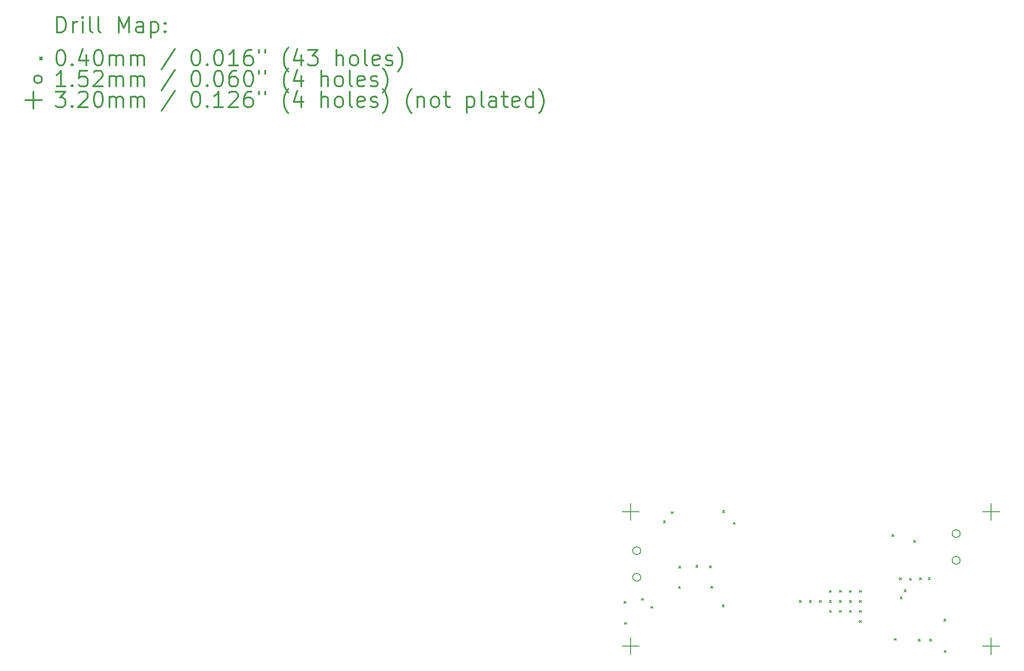
<source format=gbr>
%FSLAX45Y45*%
G04 Gerber Fmt 4.5, Leading zero omitted, Abs format (unit mm)*
G04 Created by KiCad (PCBNEW (5.1.8)-1) date 2022-04-01 10:58:06*
%MOMM*%
%LPD*%
G01*
G04 APERTURE LIST*
%ADD10C,0.200000*%
%ADD11C,0.300000*%
G04 APERTURE END LIST*
D10*
X11073450Y-11289350D02*
X11113450Y-11329350D01*
X11113450Y-11289350D02*
X11073450Y-11329350D01*
X11079800Y-11689400D02*
X11119800Y-11729400D01*
X11119800Y-11689400D02*
X11079800Y-11729400D01*
X11403650Y-11232200D02*
X11443650Y-11272200D01*
X11443650Y-11232200D02*
X11403650Y-11272200D01*
X11581450Y-11384600D02*
X11621450Y-11424600D01*
X11621450Y-11384600D02*
X11581450Y-11424600D01*
X11822750Y-9752650D02*
X11862750Y-9792650D01*
X11862750Y-9752650D02*
X11822750Y-9792650D01*
X11968800Y-9581200D02*
X12008800Y-9621200D01*
X12008800Y-9581200D02*
X11968800Y-9621200D01*
X12108500Y-11003600D02*
X12148500Y-11043600D01*
X12148500Y-11003600D02*
X12108500Y-11043600D01*
X12114850Y-10616250D02*
X12154850Y-10656250D01*
X12154850Y-10616250D02*
X12114850Y-10656250D01*
X12438700Y-10603550D02*
X12478700Y-10643550D01*
X12478700Y-10603550D02*
X12438700Y-10643550D01*
X12699050Y-10609900D02*
X12739050Y-10649900D01*
X12739050Y-10609900D02*
X12699050Y-10649900D01*
X12724450Y-10997250D02*
X12764450Y-11037250D01*
X12764450Y-10997250D02*
X12724450Y-11037250D01*
X12940350Y-11352850D02*
X12980350Y-11392850D01*
X12980350Y-11352850D02*
X12940350Y-11392850D01*
X12946700Y-9562150D02*
X12986700Y-9602150D01*
X12986700Y-9562150D02*
X12946700Y-9602150D01*
X13149900Y-9784400D02*
X13189900Y-9824400D01*
X13189900Y-9784400D02*
X13149900Y-9824400D01*
X14407200Y-11270300D02*
X14447200Y-11310300D01*
X14447200Y-11270300D02*
X14407200Y-11310300D01*
X14597700Y-11270300D02*
X14637700Y-11310300D01*
X14637700Y-11270300D02*
X14597700Y-11310300D01*
X14788200Y-11270300D02*
X14828200Y-11310300D01*
X14828200Y-11270300D02*
X14788200Y-11310300D01*
X14978700Y-11079800D02*
X15018700Y-11119800D01*
X15018700Y-11079800D02*
X14978700Y-11119800D01*
X14978700Y-11270300D02*
X15018700Y-11310300D01*
X15018700Y-11270300D02*
X14978700Y-11310300D01*
X14978700Y-11460800D02*
X15018700Y-11500800D01*
X15018700Y-11460800D02*
X14978700Y-11500800D01*
X15169200Y-11079800D02*
X15209200Y-11119800D01*
X15209200Y-11079800D02*
X15169200Y-11119800D01*
X15169200Y-11270300D02*
X15209200Y-11310300D01*
X15209200Y-11270300D02*
X15169200Y-11310300D01*
X15169200Y-11460800D02*
X15209200Y-11500800D01*
X15209200Y-11460800D02*
X15169200Y-11500800D01*
X15359700Y-11079800D02*
X15399700Y-11119800D01*
X15399700Y-11079800D02*
X15359700Y-11119800D01*
X15359700Y-11270300D02*
X15399700Y-11310300D01*
X15399700Y-11270300D02*
X15359700Y-11310300D01*
X15359700Y-11460800D02*
X15399700Y-11500800D01*
X15399700Y-11460800D02*
X15359700Y-11500800D01*
X15550200Y-11079800D02*
X15590200Y-11119800D01*
X15590200Y-11079800D02*
X15550200Y-11119800D01*
X15550200Y-11270300D02*
X15590200Y-11310300D01*
X15590200Y-11270300D02*
X15550200Y-11310300D01*
X15550200Y-11460800D02*
X15590200Y-11500800D01*
X15590200Y-11460800D02*
X15550200Y-11500800D01*
X15550200Y-11651300D02*
X15590200Y-11691300D01*
X15590200Y-11651300D02*
X15550200Y-11691300D01*
X16170918Y-10014582D02*
X16210918Y-10054582D01*
X16210918Y-10014582D02*
X16170918Y-10054582D01*
X16210600Y-11994200D02*
X16250600Y-12034200D01*
X16250600Y-11994200D02*
X16210600Y-12034200D01*
X16312200Y-10838500D02*
X16352200Y-10878500D01*
X16352200Y-10838500D02*
X16312200Y-10878500D01*
X16324900Y-11200450D02*
X16364900Y-11240450D01*
X16364900Y-11200450D02*
X16324900Y-11240450D01*
X16401100Y-11067100D02*
X16441100Y-11107100D01*
X16441100Y-11067100D02*
X16401100Y-11107100D01*
X16502700Y-10851200D02*
X16542700Y-10891200D01*
X16542700Y-10851200D02*
X16502700Y-10891200D01*
X16582514Y-10125152D02*
X16622514Y-10165152D01*
X16622514Y-10125152D02*
X16582514Y-10165152D01*
X16667800Y-12006900D02*
X16707800Y-12046900D01*
X16707800Y-12006900D02*
X16667800Y-12046900D01*
X16693200Y-10838500D02*
X16733200Y-10878500D01*
X16733200Y-10838500D02*
X16693200Y-10878500D01*
X16858300Y-10838500D02*
X16898300Y-10878500D01*
X16898300Y-10838500D02*
X16858300Y-10878500D01*
X16890050Y-12006900D02*
X16930050Y-12046900D01*
X16930050Y-12006900D02*
X16890050Y-12046900D01*
X17156750Y-11625900D02*
X17196750Y-11665900D01*
X17196750Y-11625900D02*
X17156750Y-11665900D01*
X17163100Y-12222800D02*
X17203100Y-12262800D01*
X17203100Y-12222800D02*
X17163100Y-12262800D01*
X11391700Y-10325100D02*
G75*
G03*
X11391700Y-10325100I-76000J0D01*
G01*
X11391700Y-10833100D02*
G75*
G03*
X11391700Y-10833100I-76000J0D01*
G01*
X17468650Y-10001250D02*
G75*
G03*
X17468650Y-10001250I-76000J0D01*
G01*
X17468650Y-10509250D02*
G75*
G03*
X17468650Y-10509250I-76000J0D01*
G01*
X18053050Y-11981200D02*
X18053050Y-12301200D01*
X17893050Y-12141200D02*
X18213050Y-12141200D01*
X11195050Y-11981200D02*
X11195050Y-12301200D01*
X11035050Y-12141200D02*
X11355050Y-12141200D01*
X18053050Y-9422150D02*
X18053050Y-9742150D01*
X17893050Y-9582150D02*
X18213050Y-9582150D01*
X11195050Y-9422150D02*
X11195050Y-9742150D01*
X11035050Y-9582150D02*
X11355050Y-9582150D01*
D11*
X286429Y-465714D02*
X286429Y-165714D01*
X357857Y-165714D01*
X400714Y-180000D01*
X429286Y-208571D01*
X443571Y-237143D01*
X457857Y-294286D01*
X457857Y-337143D01*
X443571Y-394286D01*
X429286Y-422857D01*
X400714Y-451428D01*
X357857Y-465714D01*
X286429Y-465714D01*
X586429Y-465714D02*
X586429Y-265714D01*
X586429Y-322857D02*
X600714Y-294286D01*
X615000Y-280000D01*
X643571Y-265714D01*
X672143Y-265714D01*
X772143Y-465714D02*
X772143Y-265714D01*
X772143Y-165714D02*
X757857Y-180000D01*
X772143Y-194286D01*
X786428Y-180000D01*
X772143Y-165714D01*
X772143Y-194286D01*
X957857Y-465714D02*
X929286Y-451428D01*
X915000Y-422857D01*
X915000Y-165714D01*
X1115000Y-465714D02*
X1086429Y-451428D01*
X1072143Y-422857D01*
X1072143Y-165714D01*
X1457857Y-465714D02*
X1457857Y-165714D01*
X1557857Y-380000D01*
X1657857Y-165714D01*
X1657857Y-465714D01*
X1929286Y-465714D02*
X1929286Y-308571D01*
X1915000Y-280000D01*
X1886428Y-265714D01*
X1829286Y-265714D01*
X1800714Y-280000D01*
X1929286Y-451428D02*
X1900714Y-465714D01*
X1829286Y-465714D01*
X1800714Y-451428D01*
X1786428Y-422857D01*
X1786428Y-394286D01*
X1800714Y-365714D01*
X1829286Y-351428D01*
X1900714Y-351428D01*
X1929286Y-337143D01*
X2072143Y-265714D02*
X2072143Y-565714D01*
X2072143Y-280000D02*
X2100714Y-265714D01*
X2157857Y-265714D01*
X2186429Y-280000D01*
X2200714Y-294286D01*
X2215000Y-322857D01*
X2215000Y-408571D01*
X2200714Y-437143D01*
X2186429Y-451428D01*
X2157857Y-465714D01*
X2100714Y-465714D01*
X2072143Y-451428D01*
X2343571Y-437143D02*
X2357857Y-451428D01*
X2343571Y-465714D01*
X2329286Y-451428D01*
X2343571Y-437143D01*
X2343571Y-465714D01*
X2343571Y-280000D02*
X2357857Y-294286D01*
X2343571Y-308571D01*
X2329286Y-294286D01*
X2343571Y-280000D01*
X2343571Y-308571D01*
X-40000Y-940000D02*
X0Y-980000D01*
X0Y-940000D02*
X-40000Y-980000D01*
X343571Y-795714D02*
X372143Y-795714D01*
X400714Y-810000D01*
X415000Y-824286D01*
X429286Y-852857D01*
X443571Y-910000D01*
X443571Y-981428D01*
X429286Y-1038571D01*
X415000Y-1067143D01*
X400714Y-1081429D01*
X372143Y-1095714D01*
X343571Y-1095714D01*
X315000Y-1081429D01*
X300714Y-1067143D01*
X286429Y-1038571D01*
X272143Y-981428D01*
X272143Y-910000D01*
X286429Y-852857D01*
X300714Y-824286D01*
X315000Y-810000D01*
X343571Y-795714D01*
X572143Y-1067143D02*
X586429Y-1081429D01*
X572143Y-1095714D01*
X557857Y-1081429D01*
X572143Y-1067143D01*
X572143Y-1095714D01*
X843571Y-895714D02*
X843571Y-1095714D01*
X772143Y-781428D02*
X700714Y-995714D01*
X886428Y-995714D01*
X1057857Y-795714D02*
X1086429Y-795714D01*
X1115000Y-810000D01*
X1129286Y-824286D01*
X1143571Y-852857D01*
X1157857Y-910000D01*
X1157857Y-981428D01*
X1143571Y-1038571D01*
X1129286Y-1067143D01*
X1115000Y-1081429D01*
X1086429Y-1095714D01*
X1057857Y-1095714D01*
X1029286Y-1081429D01*
X1015000Y-1067143D01*
X1000714Y-1038571D01*
X986428Y-981428D01*
X986428Y-910000D01*
X1000714Y-852857D01*
X1015000Y-824286D01*
X1029286Y-810000D01*
X1057857Y-795714D01*
X1286429Y-1095714D02*
X1286429Y-895714D01*
X1286429Y-924286D02*
X1300714Y-910000D01*
X1329286Y-895714D01*
X1372143Y-895714D01*
X1400714Y-910000D01*
X1415000Y-938571D01*
X1415000Y-1095714D01*
X1415000Y-938571D02*
X1429286Y-910000D01*
X1457857Y-895714D01*
X1500714Y-895714D01*
X1529286Y-910000D01*
X1543571Y-938571D01*
X1543571Y-1095714D01*
X1686428Y-1095714D02*
X1686428Y-895714D01*
X1686428Y-924286D02*
X1700714Y-910000D01*
X1729286Y-895714D01*
X1772143Y-895714D01*
X1800714Y-910000D01*
X1815000Y-938571D01*
X1815000Y-1095714D01*
X1815000Y-938571D02*
X1829286Y-910000D01*
X1857857Y-895714D01*
X1900714Y-895714D01*
X1929286Y-910000D01*
X1943571Y-938571D01*
X1943571Y-1095714D01*
X2529286Y-781428D02*
X2272143Y-1167143D01*
X2915000Y-795714D02*
X2943571Y-795714D01*
X2972143Y-810000D01*
X2986428Y-824286D01*
X3000714Y-852857D01*
X3015000Y-910000D01*
X3015000Y-981428D01*
X3000714Y-1038571D01*
X2986428Y-1067143D01*
X2972143Y-1081429D01*
X2943571Y-1095714D01*
X2915000Y-1095714D01*
X2886428Y-1081429D01*
X2872143Y-1067143D01*
X2857857Y-1038571D01*
X2843571Y-981428D01*
X2843571Y-910000D01*
X2857857Y-852857D01*
X2872143Y-824286D01*
X2886428Y-810000D01*
X2915000Y-795714D01*
X3143571Y-1067143D02*
X3157857Y-1081429D01*
X3143571Y-1095714D01*
X3129286Y-1081429D01*
X3143571Y-1067143D01*
X3143571Y-1095714D01*
X3343571Y-795714D02*
X3372143Y-795714D01*
X3400714Y-810000D01*
X3415000Y-824286D01*
X3429286Y-852857D01*
X3443571Y-910000D01*
X3443571Y-981428D01*
X3429286Y-1038571D01*
X3415000Y-1067143D01*
X3400714Y-1081429D01*
X3372143Y-1095714D01*
X3343571Y-1095714D01*
X3315000Y-1081429D01*
X3300714Y-1067143D01*
X3286428Y-1038571D01*
X3272143Y-981428D01*
X3272143Y-910000D01*
X3286428Y-852857D01*
X3300714Y-824286D01*
X3315000Y-810000D01*
X3343571Y-795714D01*
X3729286Y-1095714D02*
X3557857Y-1095714D01*
X3643571Y-1095714D02*
X3643571Y-795714D01*
X3615000Y-838571D01*
X3586428Y-867143D01*
X3557857Y-881428D01*
X3986428Y-795714D02*
X3929286Y-795714D01*
X3900714Y-810000D01*
X3886428Y-824286D01*
X3857857Y-867143D01*
X3843571Y-924286D01*
X3843571Y-1038571D01*
X3857857Y-1067143D01*
X3872143Y-1081429D01*
X3900714Y-1095714D01*
X3957857Y-1095714D01*
X3986428Y-1081429D01*
X4000714Y-1067143D01*
X4015000Y-1038571D01*
X4015000Y-967143D01*
X4000714Y-938571D01*
X3986428Y-924286D01*
X3957857Y-910000D01*
X3900714Y-910000D01*
X3872143Y-924286D01*
X3857857Y-938571D01*
X3843571Y-967143D01*
X4129286Y-795714D02*
X4129286Y-852857D01*
X4243571Y-795714D02*
X4243571Y-852857D01*
X4686429Y-1210000D02*
X4672143Y-1195714D01*
X4643571Y-1152857D01*
X4629286Y-1124286D01*
X4615000Y-1081429D01*
X4600714Y-1010000D01*
X4600714Y-952857D01*
X4615000Y-881428D01*
X4629286Y-838571D01*
X4643571Y-810000D01*
X4672143Y-767143D01*
X4686429Y-752857D01*
X4929286Y-895714D02*
X4929286Y-1095714D01*
X4857857Y-781428D02*
X4786429Y-995714D01*
X4972143Y-995714D01*
X5057857Y-795714D02*
X5243571Y-795714D01*
X5143571Y-910000D01*
X5186429Y-910000D01*
X5215000Y-924286D01*
X5229286Y-938571D01*
X5243571Y-967143D01*
X5243571Y-1038571D01*
X5229286Y-1067143D01*
X5215000Y-1081429D01*
X5186429Y-1095714D01*
X5100714Y-1095714D01*
X5072143Y-1081429D01*
X5057857Y-1067143D01*
X5600714Y-1095714D02*
X5600714Y-795714D01*
X5729286Y-1095714D02*
X5729286Y-938571D01*
X5715000Y-910000D01*
X5686428Y-895714D01*
X5643571Y-895714D01*
X5615000Y-910000D01*
X5600714Y-924286D01*
X5915000Y-1095714D02*
X5886428Y-1081429D01*
X5872143Y-1067143D01*
X5857857Y-1038571D01*
X5857857Y-952857D01*
X5872143Y-924286D01*
X5886428Y-910000D01*
X5915000Y-895714D01*
X5957857Y-895714D01*
X5986428Y-910000D01*
X6000714Y-924286D01*
X6015000Y-952857D01*
X6015000Y-1038571D01*
X6000714Y-1067143D01*
X5986428Y-1081429D01*
X5957857Y-1095714D01*
X5915000Y-1095714D01*
X6186428Y-1095714D02*
X6157857Y-1081429D01*
X6143571Y-1052857D01*
X6143571Y-795714D01*
X6415000Y-1081429D02*
X6386428Y-1095714D01*
X6329286Y-1095714D01*
X6300714Y-1081429D01*
X6286428Y-1052857D01*
X6286428Y-938571D01*
X6300714Y-910000D01*
X6329286Y-895714D01*
X6386428Y-895714D01*
X6415000Y-910000D01*
X6429286Y-938571D01*
X6429286Y-967143D01*
X6286428Y-995714D01*
X6543571Y-1081429D02*
X6572143Y-1095714D01*
X6629286Y-1095714D01*
X6657857Y-1081429D01*
X6672143Y-1052857D01*
X6672143Y-1038571D01*
X6657857Y-1010000D01*
X6629286Y-995714D01*
X6586428Y-995714D01*
X6557857Y-981428D01*
X6543571Y-952857D01*
X6543571Y-938571D01*
X6557857Y-910000D01*
X6586428Y-895714D01*
X6629286Y-895714D01*
X6657857Y-910000D01*
X6772143Y-1210000D02*
X6786428Y-1195714D01*
X6815000Y-1152857D01*
X6829286Y-1124286D01*
X6843571Y-1081429D01*
X6857857Y-1010000D01*
X6857857Y-952857D01*
X6843571Y-881428D01*
X6829286Y-838571D01*
X6815000Y-810000D01*
X6786428Y-767143D01*
X6772143Y-752857D01*
X0Y-1356000D02*
G75*
G03*
X0Y-1356000I-76000J0D01*
G01*
X443571Y-1491714D02*
X272143Y-1491714D01*
X357857Y-1491714D02*
X357857Y-1191714D01*
X329286Y-1234571D01*
X300714Y-1263143D01*
X272143Y-1277429D01*
X572143Y-1463143D02*
X586429Y-1477428D01*
X572143Y-1491714D01*
X557857Y-1477428D01*
X572143Y-1463143D01*
X572143Y-1491714D01*
X857857Y-1191714D02*
X715000Y-1191714D01*
X700714Y-1334571D01*
X715000Y-1320286D01*
X743571Y-1306000D01*
X815000Y-1306000D01*
X843571Y-1320286D01*
X857857Y-1334571D01*
X872143Y-1363143D01*
X872143Y-1434571D01*
X857857Y-1463143D01*
X843571Y-1477428D01*
X815000Y-1491714D01*
X743571Y-1491714D01*
X715000Y-1477428D01*
X700714Y-1463143D01*
X986428Y-1220286D02*
X1000714Y-1206000D01*
X1029286Y-1191714D01*
X1100714Y-1191714D01*
X1129286Y-1206000D01*
X1143571Y-1220286D01*
X1157857Y-1248857D01*
X1157857Y-1277429D01*
X1143571Y-1320286D01*
X972143Y-1491714D01*
X1157857Y-1491714D01*
X1286429Y-1491714D02*
X1286429Y-1291714D01*
X1286429Y-1320286D02*
X1300714Y-1306000D01*
X1329286Y-1291714D01*
X1372143Y-1291714D01*
X1400714Y-1306000D01*
X1415000Y-1334571D01*
X1415000Y-1491714D01*
X1415000Y-1334571D02*
X1429286Y-1306000D01*
X1457857Y-1291714D01*
X1500714Y-1291714D01*
X1529286Y-1306000D01*
X1543571Y-1334571D01*
X1543571Y-1491714D01*
X1686428Y-1491714D02*
X1686428Y-1291714D01*
X1686428Y-1320286D02*
X1700714Y-1306000D01*
X1729286Y-1291714D01*
X1772143Y-1291714D01*
X1800714Y-1306000D01*
X1815000Y-1334571D01*
X1815000Y-1491714D01*
X1815000Y-1334571D02*
X1829286Y-1306000D01*
X1857857Y-1291714D01*
X1900714Y-1291714D01*
X1929286Y-1306000D01*
X1943571Y-1334571D01*
X1943571Y-1491714D01*
X2529286Y-1177429D02*
X2272143Y-1563143D01*
X2915000Y-1191714D02*
X2943571Y-1191714D01*
X2972143Y-1206000D01*
X2986428Y-1220286D01*
X3000714Y-1248857D01*
X3015000Y-1306000D01*
X3015000Y-1377429D01*
X3000714Y-1434571D01*
X2986428Y-1463143D01*
X2972143Y-1477428D01*
X2943571Y-1491714D01*
X2915000Y-1491714D01*
X2886428Y-1477428D01*
X2872143Y-1463143D01*
X2857857Y-1434571D01*
X2843571Y-1377429D01*
X2843571Y-1306000D01*
X2857857Y-1248857D01*
X2872143Y-1220286D01*
X2886428Y-1206000D01*
X2915000Y-1191714D01*
X3143571Y-1463143D02*
X3157857Y-1477428D01*
X3143571Y-1491714D01*
X3129286Y-1477428D01*
X3143571Y-1463143D01*
X3143571Y-1491714D01*
X3343571Y-1191714D02*
X3372143Y-1191714D01*
X3400714Y-1206000D01*
X3415000Y-1220286D01*
X3429286Y-1248857D01*
X3443571Y-1306000D01*
X3443571Y-1377429D01*
X3429286Y-1434571D01*
X3415000Y-1463143D01*
X3400714Y-1477428D01*
X3372143Y-1491714D01*
X3343571Y-1491714D01*
X3315000Y-1477428D01*
X3300714Y-1463143D01*
X3286428Y-1434571D01*
X3272143Y-1377429D01*
X3272143Y-1306000D01*
X3286428Y-1248857D01*
X3300714Y-1220286D01*
X3315000Y-1206000D01*
X3343571Y-1191714D01*
X3700714Y-1191714D02*
X3643571Y-1191714D01*
X3615000Y-1206000D01*
X3600714Y-1220286D01*
X3572143Y-1263143D01*
X3557857Y-1320286D01*
X3557857Y-1434571D01*
X3572143Y-1463143D01*
X3586428Y-1477428D01*
X3615000Y-1491714D01*
X3672143Y-1491714D01*
X3700714Y-1477428D01*
X3715000Y-1463143D01*
X3729286Y-1434571D01*
X3729286Y-1363143D01*
X3715000Y-1334571D01*
X3700714Y-1320286D01*
X3672143Y-1306000D01*
X3615000Y-1306000D01*
X3586428Y-1320286D01*
X3572143Y-1334571D01*
X3557857Y-1363143D01*
X3915000Y-1191714D02*
X3943571Y-1191714D01*
X3972143Y-1206000D01*
X3986428Y-1220286D01*
X4000714Y-1248857D01*
X4015000Y-1306000D01*
X4015000Y-1377429D01*
X4000714Y-1434571D01*
X3986428Y-1463143D01*
X3972143Y-1477428D01*
X3943571Y-1491714D01*
X3915000Y-1491714D01*
X3886428Y-1477428D01*
X3872143Y-1463143D01*
X3857857Y-1434571D01*
X3843571Y-1377429D01*
X3843571Y-1306000D01*
X3857857Y-1248857D01*
X3872143Y-1220286D01*
X3886428Y-1206000D01*
X3915000Y-1191714D01*
X4129286Y-1191714D02*
X4129286Y-1248857D01*
X4243571Y-1191714D02*
X4243571Y-1248857D01*
X4686429Y-1606000D02*
X4672143Y-1591714D01*
X4643571Y-1548857D01*
X4629286Y-1520286D01*
X4615000Y-1477428D01*
X4600714Y-1406000D01*
X4600714Y-1348857D01*
X4615000Y-1277429D01*
X4629286Y-1234571D01*
X4643571Y-1206000D01*
X4672143Y-1163143D01*
X4686429Y-1148857D01*
X4929286Y-1291714D02*
X4929286Y-1491714D01*
X4857857Y-1177429D02*
X4786429Y-1391714D01*
X4972143Y-1391714D01*
X5315000Y-1491714D02*
X5315000Y-1191714D01*
X5443571Y-1491714D02*
X5443571Y-1334571D01*
X5429286Y-1306000D01*
X5400714Y-1291714D01*
X5357857Y-1291714D01*
X5329286Y-1306000D01*
X5315000Y-1320286D01*
X5629286Y-1491714D02*
X5600714Y-1477428D01*
X5586429Y-1463143D01*
X5572143Y-1434571D01*
X5572143Y-1348857D01*
X5586429Y-1320286D01*
X5600714Y-1306000D01*
X5629286Y-1291714D01*
X5672143Y-1291714D01*
X5700714Y-1306000D01*
X5715000Y-1320286D01*
X5729286Y-1348857D01*
X5729286Y-1434571D01*
X5715000Y-1463143D01*
X5700714Y-1477428D01*
X5672143Y-1491714D01*
X5629286Y-1491714D01*
X5900714Y-1491714D02*
X5872143Y-1477428D01*
X5857857Y-1448857D01*
X5857857Y-1191714D01*
X6129286Y-1477428D02*
X6100714Y-1491714D01*
X6043571Y-1491714D01*
X6015000Y-1477428D01*
X6000714Y-1448857D01*
X6000714Y-1334571D01*
X6015000Y-1306000D01*
X6043571Y-1291714D01*
X6100714Y-1291714D01*
X6129286Y-1306000D01*
X6143571Y-1334571D01*
X6143571Y-1363143D01*
X6000714Y-1391714D01*
X6257857Y-1477428D02*
X6286428Y-1491714D01*
X6343571Y-1491714D01*
X6372143Y-1477428D01*
X6386428Y-1448857D01*
X6386428Y-1434571D01*
X6372143Y-1406000D01*
X6343571Y-1391714D01*
X6300714Y-1391714D01*
X6272143Y-1377429D01*
X6257857Y-1348857D01*
X6257857Y-1334571D01*
X6272143Y-1306000D01*
X6300714Y-1291714D01*
X6343571Y-1291714D01*
X6372143Y-1306000D01*
X6486428Y-1606000D02*
X6500714Y-1591714D01*
X6529286Y-1548857D01*
X6543571Y-1520286D01*
X6557857Y-1477428D01*
X6572143Y-1406000D01*
X6572143Y-1348857D01*
X6557857Y-1277429D01*
X6543571Y-1234571D01*
X6529286Y-1206000D01*
X6500714Y-1163143D01*
X6486428Y-1148857D01*
X-160000Y-1592000D02*
X-160000Y-1912000D01*
X-320000Y-1752000D02*
X0Y-1752000D01*
X257857Y-1587714D02*
X443571Y-1587714D01*
X343571Y-1702000D01*
X386428Y-1702000D01*
X415000Y-1716286D01*
X429286Y-1730571D01*
X443571Y-1759143D01*
X443571Y-1830571D01*
X429286Y-1859143D01*
X415000Y-1873428D01*
X386428Y-1887714D01*
X300714Y-1887714D01*
X272143Y-1873428D01*
X257857Y-1859143D01*
X572143Y-1859143D02*
X586429Y-1873428D01*
X572143Y-1887714D01*
X557857Y-1873428D01*
X572143Y-1859143D01*
X572143Y-1887714D01*
X700714Y-1616286D02*
X715000Y-1602000D01*
X743571Y-1587714D01*
X815000Y-1587714D01*
X843571Y-1602000D01*
X857857Y-1616286D01*
X872143Y-1644857D01*
X872143Y-1673428D01*
X857857Y-1716286D01*
X686429Y-1887714D01*
X872143Y-1887714D01*
X1057857Y-1587714D02*
X1086429Y-1587714D01*
X1115000Y-1602000D01*
X1129286Y-1616286D01*
X1143571Y-1644857D01*
X1157857Y-1702000D01*
X1157857Y-1773428D01*
X1143571Y-1830571D01*
X1129286Y-1859143D01*
X1115000Y-1873428D01*
X1086429Y-1887714D01*
X1057857Y-1887714D01*
X1029286Y-1873428D01*
X1015000Y-1859143D01*
X1000714Y-1830571D01*
X986428Y-1773428D01*
X986428Y-1702000D01*
X1000714Y-1644857D01*
X1015000Y-1616286D01*
X1029286Y-1602000D01*
X1057857Y-1587714D01*
X1286429Y-1887714D02*
X1286429Y-1687714D01*
X1286429Y-1716286D02*
X1300714Y-1702000D01*
X1329286Y-1687714D01*
X1372143Y-1687714D01*
X1400714Y-1702000D01*
X1415000Y-1730571D01*
X1415000Y-1887714D01*
X1415000Y-1730571D02*
X1429286Y-1702000D01*
X1457857Y-1687714D01*
X1500714Y-1687714D01*
X1529286Y-1702000D01*
X1543571Y-1730571D01*
X1543571Y-1887714D01*
X1686428Y-1887714D02*
X1686428Y-1687714D01*
X1686428Y-1716286D02*
X1700714Y-1702000D01*
X1729286Y-1687714D01*
X1772143Y-1687714D01*
X1800714Y-1702000D01*
X1815000Y-1730571D01*
X1815000Y-1887714D01*
X1815000Y-1730571D02*
X1829286Y-1702000D01*
X1857857Y-1687714D01*
X1900714Y-1687714D01*
X1929286Y-1702000D01*
X1943571Y-1730571D01*
X1943571Y-1887714D01*
X2529286Y-1573428D02*
X2272143Y-1959143D01*
X2915000Y-1587714D02*
X2943571Y-1587714D01*
X2972143Y-1602000D01*
X2986428Y-1616286D01*
X3000714Y-1644857D01*
X3015000Y-1702000D01*
X3015000Y-1773428D01*
X3000714Y-1830571D01*
X2986428Y-1859143D01*
X2972143Y-1873428D01*
X2943571Y-1887714D01*
X2915000Y-1887714D01*
X2886428Y-1873428D01*
X2872143Y-1859143D01*
X2857857Y-1830571D01*
X2843571Y-1773428D01*
X2843571Y-1702000D01*
X2857857Y-1644857D01*
X2872143Y-1616286D01*
X2886428Y-1602000D01*
X2915000Y-1587714D01*
X3143571Y-1859143D02*
X3157857Y-1873428D01*
X3143571Y-1887714D01*
X3129286Y-1873428D01*
X3143571Y-1859143D01*
X3143571Y-1887714D01*
X3443571Y-1887714D02*
X3272143Y-1887714D01*
X3357857Y-1887714D02*
X3357857Y-1587714D01*
X3329286Y-1630571D01*
X3300714Y-1659143D01*
X3272143Y-1673428D01*
X3557857Y-1616286D02*
X3572143Y-1602000D01*
X3600714Y-1587714D01*
X3672143Y-1587714D01*
X3700714Y-1602000D01*
X3715000Y-1616286D01*
X3729286Y-1644857D01*
X3729286Y-1673428D01*
X3715000Y-1716286D01*
X3543571Y-1887714D01*
X3729286Y-1887714D01*
X3986428Y-1587714D02*
X3929286Y-1587714D01*
X3900714Y-1602000D01*
X3886428Y-1616286D01*
X3857857Y-1659143D01*
X3843571Y-1716286D01*
X3843571Y-1830571D01*
X3857857Y-1859143D01*
X3872143Y-1873428D01*
X3900714Y-1887714D01*
X3957857Y-1887714D01*
X3986428Y-1873428D01*
X4000714Y-1859143D01*
X4015000Y-1830571D01*
X4015000Y-1759143D01*
X4000714Y-1730571D01*
X3986428Y-1716286D01*
X3957857Y-1702000D01*
X3900714Y-1702000D01*
X3872143Y-1716286D01*
X3857857Y-1730571D01*
X3843571Y-1759143D01*
X4129286Y-1587714D02*
X4129286Y-1644857D01*
X4243571Y-1587714D02*
X4243571Y-1644857D01*
X4686429Y-2002000D02*
X4672143Y-1987714D01*
X4643571Y-1944857D01*
X4629286Y-1916286D01*
X4615000Y-1873428D01*
X4600714Y-1802000D01*
X4600714Y-1744857D01*
X4615000Y-1673428D01*
X4629286Y-1630571D01*
X4643571Y-1602000D01*
X4672143Y-1559143D01*
X4686429Y-1544857D01*
X4929286Y-1687714D02*
X4929286Y-1887714D01*
X4857857Y-1573428D02*
X4786429Y-1787714D01*
X4972143Y-1787714D01*
X5315000Y-1887714D02*
X5315000Y-1587714D01*
X5443571Y-1887714D02*
X5443571Y-1730571D01*
X5429286Y-1702000D01*
X5400714Y-1687714D01*
X5357857Y-1687714D01*
X5329286Y-1702000D01*
X5315000Y-1716286D01*
X5629286Y-1887714D02*
X5600714Y-1873428D01*
X5586429Y-1859143D01*
X5572143Y-1830571D01*
X5572143Y-1744857D01*
X5586429Y-1716286D01*
X5600714Y-1702000D01*
X5629286Y-1687714D01*
X5672143Y-1687714D01*
X5700714Y-1702000D01*
X5715000Y-1716286D01*
X5729286Y-1744857D01*
X5729286Y-1830571D01*
X5715000Y-1859143D01*
X5700714Y-1873428D01*
X5672143Y-1887714D01*
X5629286Y-1887714D01*
X5900714Y-1887714D02*
X5872143Y-1873428D01*
X5857857Y-1844857D01*
X5857857Y-1587714D01*
X6129286Y-1873428D02*
X6100714Y-1887714D01*
X6043571Y-1887714D01*
X6015000Y-1873428D01*
X6000714Y-1844857D01*
X6000714Y-1730571D01*
X6015000Y-1702000D01*
X6043571Y-1687714D01*
X6100714Y-1687714D01*
X6129286Y-1702000D01*
X6143571Y-1730571D01*
X6143571Y-1759143D01*
X6000714Y-1787714D01*
X6257857Y-1873428D02*
X6286428Y-1887714D01*
X6343571Y-1887714D01*
X6372143Y-1873428D01*
X6386428Y-1844857D01*
X6386428Y-1830571D01*
X6372143Y-1802000D01*
X6343571Y-1787714D01*
X6300714Y-1787714D01*
X6272143Y-1773428D01*
X6257857Y-1744857D01*
X6257857Y-1730571D01*
X6272143Y-1702000D01*
X6300714Y-1687714D01*
X6343571Y-1687714D01*
X6372143Y-1702000D01*
X6486428Y-2002000D02*
X6500714Y-1987714D01*
X6529286Y-1944857D01*
X6543571Y-1916286D01*
X6557857Y-1873428D01*
X6572143Y-1802000D01*
X6572143Y-1744857D01*
X6557857Y-1673428D01*
X6543571Y-1630571D01*
X6529286Y-1602000D01*
X6500714Y-1559143D01*
X6486428Y-1544857D01*
X7029286Y-2002000D02*
X7015000Y-1987714D01*
X6986428Y-1944857D01*
X6972143Y-1916286D01*
X6957857Y-1873428D01*
X6943571Y-1802000D01*
X6943571Y-1744857D01*
X6957857Y-1673428D01*
X6972143Y-1630571D01*
X6986428Y-1602000D01*
X7015000Y-1559143D01*
X7029286Y-1544857D01*
X7143571Y-1687714D02*
X7143571Y-1887714D01*
X7143571Y-1716286D02*
X7157857Y-1702000D01*
X7186428Y-1687714D01*
X7229286Y-1687714D01*
X7257857Y-1702000D01*
X7272143Y-1730571D01*
X7272143Y-1887714D01*
X7457857Y-1887714D02*
X7429286Y-1873428D01*
X7415000Y-1859143D01*
X7400714Y-1830571D01*
X7400714Y-1744857D01*
X7415000Y-1716286D01*
X7429286Y-1702000D01*
X7457857Y-1687714D01*
X7500714Y-1687714D01*
X7529286Y-1702000D01*
X7543571Y-1716286D01*
X7557857Y-1744857D01*
X7557857Y-1830571D01*
X7543571Y-1859143D01*
X7529286Y-1873428D01*
X7500714Y-1887714D01*
X7457857Y-1887714D01*
X7643571Y-1687714D02*
X7757857Y-1687714D01*
X7686428Y-1587714D02*
X7686428Y-1844857D01*
X7700714Y-1873428D01*
X7729286Y-1887714D01*
X7757857Y-1887714D01*
X8086428Y-1687714D02*
X8086428Y-1987714D01*
X8086428Y-1702000D02*
X8115000Y-1687714D01*
X8172143Y-1687714D01*
X8200714Y-1702000D01*
X8215000Y-1716286D01*
X8229286Y-1744857D01*
X8229286Y-1830571D01*
X8215000Y-1859143D01*
X8200714Y-1873428D01*
X8172143Y-1887714D01*
X8115000Y-1887714D01*
X8086428Y-1873428D01*
X8400714Y-1887714D02*
X8372143Y-1873428D01*
X8357857Y-1844857D01*
X8357857Y-1587714D01*
X8643571Y-1887714D02*
X8643571Y-1730571D01*
X8629286Y-1702000D01*
X8600714Y-1687714D01*
X8543571Y-1687714D01*
X8515000Y-1702000D01*
X8643571Y-1873428D02*
X8615000Y-1887714D01*
X8543571Y-1887714D01*
X8515000Y-1873428D01*
X8500714Y-1844857D01*
X8500714Y-1816286D01*
X8515000Y-1787714D01*
X8543571Y-1773428D01*
X8615000Y-1773428D01*
X8643571Y-1759143D01*
X8743571Y-1687714D02*
X8857857Y-1687714D01*
X8786429Y-1587714D02*
X8786429Y-1844857D01*
X8800714Y-1873428D01*
X8829286Y-1887714D01*
X8857857Y-1887714D01*
X9072143Y-1873428D02*
X9043571Y-1887714D01*
X8986429Y-1887714D01*
X8957857Y-1873428D01*
X8943571Y-1844857D01*
X8943571Y-1730571D01*
X8957857Y-1702000D01*
X8986429Y-1687714D01*
X9043571Y-1687714D01*
X9072143Y-1702000D01*
X9086429Y-1730571D01*
X9086429Y-1759143D01*
X8943571Y-1787714D01*
X9343571Y-1887714D02*
X9343571Y-1587714D01*
X9343571Y-1873428D02*
X9315000Y-1887714D01*
X9257857Y-1887714D01*
X9229286Y-1873428D01*
X9215000Y-1859143D01*
X9200714Y-1830571D01*
X9200714Y-1744857D01*
X9215000Y-1716286D01*
X9229286Y-1702000D01*
X9257857Y-1687714D01*
X9315000Y-1687714D01*
X9343571Y-1702000D01*
X9457857Y-2002000D02*
X9472143Y-1987714D01*
X9500714Y-1944857D01*
X9515000Y-1916286D01*
X9529286Y-1873428D01*
X9543571Y-1802000D01*
X9543571Y-1744857D01*
X9529286Y-1673428D01*
X9515000Y-1630571D01*
X9500714Y-1602000D01*
X9472143Y-1559143D01*
X9457857Y-1544857D01*
M02*

</source>
